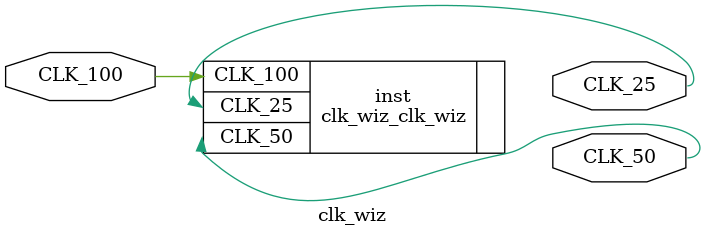
<source format=v>


`timescale 1ps/1ps

(* CORE_GENERATION_INFO = "clk_wiz,clk_wiz_v6_0_0_0,{component_name=clk_wiz,use_phase_alignment=true,use_min_o_jitter=false,use_max_i_jitter=false,use_dyn_phase_shift=false,use_inclk_switchover=false,use_dyn_reconfig=false,enable_axi=0,feedback_source=FDBK_AUTO,PRIMITIVE=MMCM,num_out_clk=2,clkin1_period=10.000,clkin2_period=10.000,use_power_down=false,use_reset=false,use_locked=false,use_inclk_stopped=false,feedback_type=SINGLE,CLOCK_MGR_TYPE=NA,manual_override=false}" *)

module clk_wiz 
 (
  // Clock out ports
  output        CLK_25,
  output        CLK_50,
 // Clock in ports
  input         CLK_100
 );

  clk_wiz_clk_wiz inst
  (
  // Clock out ports  
  .CLK_25(CLK_25),
  .CLK_50(CLK_50),
 // Clock in ports
  .CLK_100(CLK_100)
  );

endmodule

</source>
